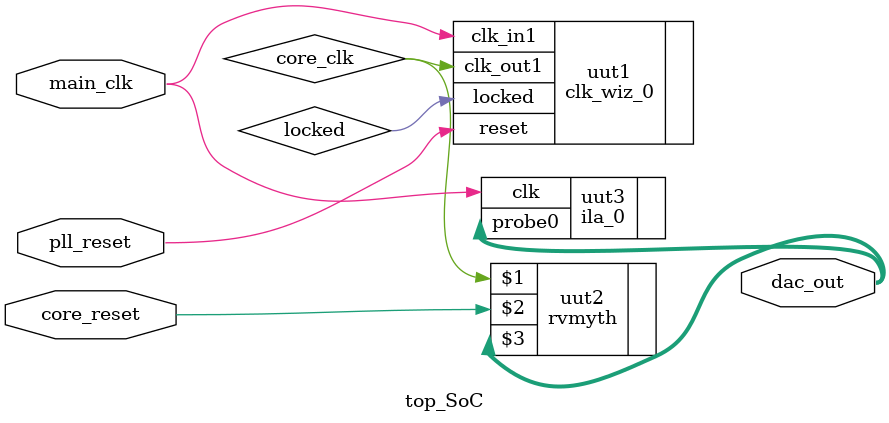
<source format=v>
`timescale 1ns / 1ps
module top_SoC(main_clk,pll_reset,core_reset,dac_out);

input main_clk;
input pll_reset,core_reset;
output [7:0] dac_out;

wire locked;
wire core_clk;

clk_wiz_0 uut1
   (
    // Clock out ports
    .clk_out1(core_clk),     // output clk_out1
    // Status and control signals
    .reset(pll_reset), // input reset
    .locked(locked),       // output locked
   // Clock in ports
    .clk_in1(main_clk));
    
rvmyth uut2 (core_clk,core_reset,dac_out);  
    
ila_0 uut3 (
	.clk(main_clk), // input wire clk	 
	.probe0(dac_out) // input wire [7:0]  probe0	
);    
    
endmodule

</source>
